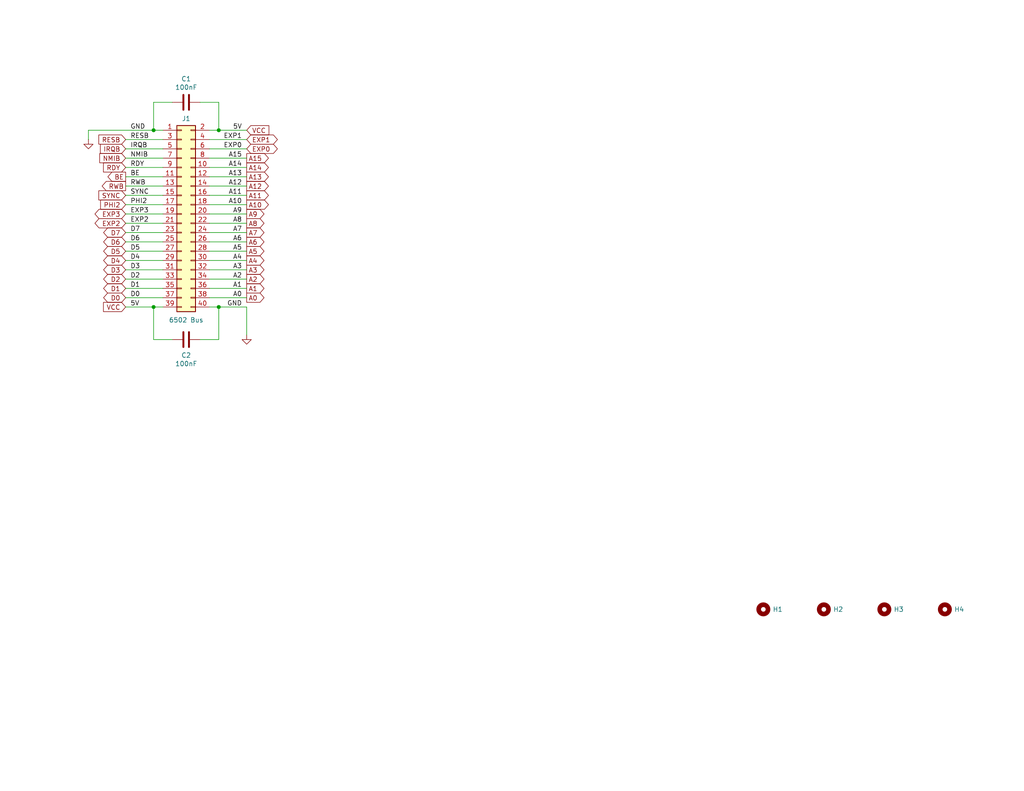
<source format=kicad_sch>
(kicad_sch (version 20231120) (generator "eeschema") (generator_version "8.0")
  (paper "USLetter")
  (title_block (title "6502 Board") (date "2024-06-12") (rev "1.0") (company "A.C. Wright Design"))
  (lib_symbols
    (symbol "Connector_Generic:Conn_02x20_Odd_Even" (pin_names (offset 1.016) hide)
      (property "Reference" "J" (at 1.27 25.4 0))
      (property "Value" "Conn_02x20_Odd_Even" (at 1.27 -27.94 0))
      (symbol "Conn_02x20_Odd_Even_1_1"
        (rectangle (start -1.27 -25.273) (end 0 -25.527) (stroke (width 0.1524)))
        (rectangle (start -1.27 -22.733) (end 0 -22.987) (stroke (width 0.1524)))
        (rectangle (start -1.27 -20.193) (end 0 -20.447) (stroke (width 0.1524)))
        (rectangle (start -1.27 -17.653) (end 0 -17.907) (stroke (width 0.1524)))
        (rectangle (start -1.27 -15.113) (end 0 -15.367) (stroke (width 0.1524)))
        (rectangle (start -1.27 -12.573) (end 0 -12.827) (stroke (width 0.1524)))
        (rectangle (start -1.27 -10.033) (end 0 -10.287) (stroke (width 0.1524)))
        (rectangle (start -1.27 -7.493) (end 0 -7.747) (stroke (width 0.1524)))
        (rectangle (start -1.27 -4.953) (end 0 -5.207) (stroke (width 0.1524)))
        (rectangle (start -1.27 -2.413) (end 0 -2.667) (stroke (width 0.1524)))
        (rectangle (start -1.27 0.127) (end 0 -0.127) (stroke (width 0.1524)))
        (rectangle (start -1.27 2.667) (end 0 2.413) (stroke (width 0.1524)))
        (rectangle (start -1.27 5.207) (end 0 4.953) (stroke (width 0.1524)))
        (rectangle (start -1.27 7.747) (end 0 7.493) (stroke (width 0.1524)))
        (rectangle (start -1.27 10.287) (end 0 10.033) (stroke (width 0.1524)))
        (rectangle (start -1.27 12.827) (end 0 12.573) (stroke (width 0.1524)))
        (rectangle (start -1.27 15.367) (end 0 15.113) (stroke (width 0.1524)))
        (rectangle (start -1.27 17.907) (end 0 17.653) (stroke (width 0.1524)))
        (rectangle (start -1.27 20.447) (end 0 20.193) (stroke (width 0.1524)))
        (rectangle (start -1.27 22.987) (end 0 22.733) (stroke (width 0.1524)))
        (rectangle (start -1.27 24.13) (end 3.81 -26.67) (stroke (width 0.254)) (fill (type background)))
        (rectangle (start 3.81 -25.273) (end 2.54 -25.527) (stroke (width 0.1524)))
        (rectangle (start 3.81 -22.733) (end 2.54 -22.987) (stroke (width 0.1524)))
        (rectangle (start 3.81 -20.193) (end 2.54 -20.447) (stroke (width 0.1524)))
        (rectangle (start 3.81 -17.653) (end 2.54 -17.907) (stroke (width 0.1524)))
        (rectangle (start 3.81 -15.113) (end 2.54 -15.367) (stroke (width 0.1524)))
        (rectangle (start 3.81 -12.573) (end 2.54 -12.827) (stroke (width 0.1524)))
        (rectangle (start 3.81 -10.033) (end 2.54 -10.287) (stroke (width 0.1524)))
        (rectangle (start 3.81 -7.493) (end 2.54 -7.747) (stroke (width 0.1524)))
        (rectangle (start 3.81 -4.953) (end 2.54 -5.207) (stroke (width 0.1524)))
        (rectangle (start 3.81 -2.413) (end 2.54 -2.667) (stroke (width 0.1524)))
        (rectangle (start 3.81 0.127) (end 2.54 -0.127) (stroke (width 0.1524)))
        (rectangle (start 3.81 2.667) (end 2.54 2.413) (stroke (width 0.1524)))
        (rectangle (start 3.81 5.207) (end 2.54 4.953) (stroke (width 0.1524)))
        (rectangle (start 3.81 7.747) (end 2.54 7.493) (stroke (width 0.1524)))
        (rectangle (start 3.81 10.287) (end 2.54 10.033) (stroke (width 0.1524)))
        (rectangle (start 3.81 12.827) (end 2.54 12.573) (stroke (width 0.1524)))
        (rectangle (start 3.81 15.367) (end 2.54 15.113) (stroke (width 0.1524)))
        (rectangle (start 3.81 17.907) (end 2.54 17.653) (stroke (width 0.1524)))
        (rectangle (start 3.81 20.447) (end 2.54 20.193) (stroke (width 0.1524)))
        (rectangle (start 3.81 22.987) (end 2.54 22.733) (stroke (width 0.1524)))
        (pin passive line (at -5.08 22.86 0) (length 3.81) (name "Pin_1") (number "1"))
        (pin passive line (at 7.62 12.7 180) (length 3.81) (name "Pin_10") (number "10"))
        (pin passive line (at -5.08 10.16 0) (length 3.81) (name "Pin_11") (number "11"))
        (pin passive line (at 7.62 10.16 180) (length 3.81) (name "Pin_12") (number "12"))
        (pin passive line (at -5.08 7.62 0) (length 3.81) (name "Pin_13") (number "13"))
        (pin passive line (at 7.62 7.62 180) (length 3.81) (name "Pin_14") (number "14"))
        (pin passive line (at -5.08 5.08 0) (length 3.81) (name "Pin_15") (number "15"))
        (pin passive line (at 7.62 5.08 180) (length 3.81) (name "Pin_16") (number "16"))
        (pin passive line (at -5.08 2.54 0) (length 3.81) (name "Pin_17") (number "17"))
        (pin passive line (at 7.62 2.54 180) (length 3.81) (name "Pin_18") (number "18"))
        (pin passive line (at -5.08 0 0) (length 3.81) (name "Pin_19") (number "19"))
        (pin passive line (at 7.62 22.86 180) (length 3.81) (name "Pin_2") (number "2"))
        (pin passive line (at 7.62 0 180) (length 3.81) (name "Pin_20") (number "20"))
        (pin passive line (at -5.08 -2.54 0) (length 3.81) (name "Pin_21") (number "21"))
        (pin passive line (at 7.62 -2.54 180) (length 3.81) (name "Pin_22") (number "22"))
        (pin passive line (at -5.08 -5.08 0) (length 3.81) (name "Pin_23") (number "23"))
        (pin passive line (at 7.62 -5.08 180) (length 3.81) (name "Pin_24") (number "24"))
        (pin passive line (at -5.08 -7.62 0) (length 3.81) (name "Pin_25") (number "25"))
        (pin passive line (at 7.62 -7.62 180) (length 3.81) (name "Pin_26") (number "26"))
        (pin passive line (at -5.08 -10.16 0) (length 3.81) (name "Pin_27") (number "27"))
        (pin passive line (at 7.62 -10.16 180) (length 3.81) (name "Pin_28") (number "28"))
        (pin passive line (at -5.08 -12.7 0) (length 3.81) (name "Pin_29") (number "29"))
        (pin passive line (at -5.08 20.32 0) (length 3.81) (name "Pin_3") (number "3"))
        (pin passive line (at 7.62 -12.7 180) (length 3.81) (name "Pin_30") (number "30"))
        (pin passive line (at -5.08 -15.24 0) (length 3.81) (name "Pin_31") (number "31"))
        (pin passive line (at 7.62 -15.24 180) (length 3.81) (name "Pin_32") (number "32"))
        (pin passive line (at -5.08 -17.78 0) (length 3.81) (name "Pin_33") (number "33"))
        (pin passive line (at 7.62 -17.78 180) (length 3.81) (name "Pin_34") (number "34"))
        (pin passive line (at -5.08 -20.32 0) (length 3.81) (name "Pin_35") (number "35"))
        (pin passive line (at 7.62 -20.32 180) (length 3.81) (name "Pin_36") (number "36"))
        (pin passive line (at -5.08 -22.86 0) (length 3.81) (name "Pin_37") (number "37"))
        (pin passive line (at 7.62 -22.86 180) (length 3.81) (name "Pin_38") (number "38"))
        (pin passive line (at -5.08 -25.4 0) (length 3.81) (name "Pin_39") (number "39"))
        (pin passive line (at 7.62 20.32 180) (length 3.81) (name "Pin_4") (number "4"))
        (pin passive line (at 7.62 -25.4 180) (length 3.81) (name "Pin_40") (number "40"))
        (pin passive line (at -5.08 17.78 0) (length 3.81) (name "Pin_5") (number "5"))
        (pin passive line (at 7.62 17.78 180) (length 3.81) (name "Pin_6") (number "6"))
        (pin passive line (at -5.08 15.24 0) (length 3.81) (name "Pin_7") (number "7"))
        (pin passive line (at 7.62 15.24 180) (length 3.81) (name "Pin_8") (number "8"))
        (pin passive line (at -5.08 12.7 0) (length 3.81) (name "Pin_9") (number "9"))
      )
    )
    (symbol "Device:C" (pin_numbers hide) (pin_names (offset 0.254))
      (property "Reference" "C" (at 0.635 2.54 0))
      (property "Value" "C" (at 0.635 -2.54 0))
      (symbol "C_0_1"
        (polyline (pts (xy -2.032 -0.762) (xy 2.032 -0.762)) (stroke (width 0.508)))
        (polyline (pts (xy -2.032 0.762) (xy 2.032 0.762)) (stroke (width 0.508)))
      )
      (symbol "C_1_1"
        (pin passive line (at 0 3.81 270) (length 2.794) (name "~") (number "1"))
        (pin passive line (at 0 -3.81 90) (length 2.794) (name "~") (number "2"))
      )
    )
    (symbol "Mechanical:MountingHole" (pin_names (offset 1.016)) (exclude_from_sim yes) (in_bom no)
      (property "Reference" "H" (at 0 5.08 0))
      (property "Value" "MountingHole" (at 0 3.175 0))
      (symbol "MountingHole_0_1"
        (circle (center 0 0) (radius 1.27) (stroke (width 1.27)))
      )
    )
    (symbol "power:GND" (power) (pin_numbers hide) (pin_names (offset 0) hide)
      (property "Value" "GND" (at 0 -3.81 0))
      (symbol "GND_0_1"
        (polyline (pts (xy 0 0) (xy 0 -1.27) (xy 1.27 -1.27) (xy 0 -2.54) (xy -1.27 -1.27) (xy 0 -1.27)))
      )
      (symbol "GND_1_1"
        (pin power_in line (at 0 0 270) (length 0) (name "~") (number "1"))
      )
    )
  )
  (junction (at 59.69 35.56))
  (junction (at 59.69 83.82))
  (junction (at 41.91 35.56))
  (junction (at 41.91 83.82))
  (wire (pts (xy 67.31 60.96) (xy 57.15 60.96)))
  (wire (pts (xy 44.45 78.74) (xy 34.29 78.74)))
  (wire (pts (xy 67.31 71.12) (xy 57.15 71.12)))
  (wire (pts (xy 67.31 76.2) (xy 57.15 76.2)))
  (wire (pts (xy 67.31 81.28) (xy 57.15 81.28)))
  (wire (pts (xy 67.31 83.82) (xy 67.31 91.44)))
  (wire (pts (xy 67.31 45.72) (xy 57.15 45.72)))
  (wire (pts (xy 41.91 27.94) (xy 41.91 35.56)))
  (wire (pts (xy 67.31 35.56) (xy 59.69 35.56)))
  (wire (pts (xy 34.29 81.28) (xy 44.45 81.28)))
  (wire (pts (xy 44.45 35.56) (xy 41.91 35.56)))
  (wire (pts (xy 57.15 78.74) (xy 67.31 78.74)))
  (wire (pts (xy 46.99 27.94) (xy 41.91 27.94)))
  (wire (pts (xy 34.29 43.18) (xy 44.45 43.18)))
  (wire (pts (xy 44.45 68.58) (xy 34.29 68.58)))
  (wire (pts (xy 44.45 83.82) (xy 41.91 83.82)))
  (wire (pts (xy 24.13 35.56) (xy 41.91 35.56)))
  (wire (pts (xy 57.15 53.34) (xy 67.31 53.34)))
  (wire (pts (xy 34.29 60.96) (xy 44.45 60.96)))
  (wire (pts (xy 34.29 45.72) (xy 44.45 45.72)))
  (wire (pts (xy 57.15 83.82) (xy 59.69 83.82)))
  (wire (pts (xy 57.15 58.42) (xy 67.31 58.42)))
  (wire (pts (xy 59.69 83.82) (xy 67.31 83.82)))
  (wire (pts (xy 57.15 48.26) (xy 67.31 48.26)))
  (wire (pts (xy 44.45 73.66) (xy 34.29 73.66)))
  (wire (pts (xy 59.69 83.82) (xy 59.69 92.71)))
  (wire (pts (xy 34.29 55.88) (xy 44.45 55.88)))
  (wire (pts (xy 44.45 53.34) (xy 34.29 53.34)))
  (wire (pts (xy 59.69 35.56) (xy 57.15 35.56)))
  (wire (pts (xy 67.31 55.88) (xy 57.15 55.88)))
  (wire (pts (xy 57.15 68.58) (xy 67.31 68.58)))
  (wire (pts (xy 67.31 66.04) (xy 57.15 66.04)))
  (wire (pts (xy 57.15 38.1) (xy 67.31 38.1)))
  (wire (pts (xy 34.29 66.04) (xy 44.45 66.04)))
  (wire (pts (xy 57.15 63.5) (xy 67.31 63.5)))
  (wire (pts (xy 54.61 27.94) (xy 59.69 27.94)))
  (wire (pts (xy 67.31 50.8) (xy 57.15 50.8)))
  (wire (pts (xy 41.91 83.82) (xy 41.91 92.71)))
  (wire (pts (xy 44.45 48.26) (xy 34.29 48.26)))
  (wire (pts (xy 34.29 38.1) (xy 44.45 38.1)))
  (wire (pts (xy 57.15 43.18) (xy 67.31 43.18)))
  (wire (pts (xy 34.29 50.8) (xy 44.45 50.8)))
  (wire (pts (xy 34.29 83.82) (xy 41.91 83.82)))
  (wire (pts (xy 57.15 73.66) (xy 67.31 73.66)))
  (wire (pts (xy 67.31 40.64) (xy 57.15 40.64)))
  (wire (pts (xy 44.45 63.5) (xy 34.29 63.5)))
  (wire (pts (xy 34.29 40.64) (xy 44.45 40.64)))
  (wire (pts (xy 41.91 92.71) (xy 46.99 92.71)))
  (wire (pts (xy 34.29 76.2) (xy 44.45 76.2)))
  (wire (pts (xy 44.45 58.42) (xy 34.29 58.42)))
  (wire (pts (xy 24.13 38.1) (xy 24.13 35.56)))
  (wire (pts (xy 59.69 92.71) (xy 54.61 92.71)))
  (wire (pts (xy 34.29 71.12) (xy 44.45 71.12)))
  (wire (pts (xy 59.69 27.94) (xy 59.69 35.56)))
  (label "D2" (at 35.56 76.2 0))
  (label "D6" (at 35.56 66.04 0))
  (label "EXP2" (at 35.56 60.96 0))
  (label "A0" (at 66.04 81.28 180))
  (label "NMIB" (at 35.56 43.18 0))
  (label "5V" (at 35.56 83.82 0))
  (label "A7" (at 66.04 63.5 180))
  (label "D1" (at 35.56 78.74 0))
  (label "D4" (at 35.56 71.12 0))
  (label "IRQB" (at 35.56 40.64 0))
  (label "A10" (at 66.04 55.88 180))
  (label "A8" (at 66.04 60.96 180))
  (label "A15" (at 66.04 43.18 180))
  (label "A13" (at 66.04 48.26 180))
  (label "RDY" (at 35.56 45.72 0))
  (label "D5" (at 35.56 68.58 0))
  (label "A2" (at 66.04 76.2 180))
  (label "5V" (at 66.04 35.56 180))
  (label "A12" (at 66.04 50.8 180))
  (label "A14" (at 66.04 45.72 180))
  (label "A3" (at 66.04 73.66 180))
  (label "GND" (at 35.56 35.56 0))
  (label "A1" (at 66.04 78.74 180))
  (label "A4" (at 66.04 71.12 180))
  (label "PHI2" (at 35.56 55.88 0))
  (label "RWB" (at 35.56 50.8 0))
  (label "D7" (at 35.56 63.5 0))
  (label "D0" (at 35.56 81.28 0))
  (label "D3" (at 35.56 73.66 0))
  (label "EXP1" (at 66.04 38.1 180))
  (label "EXP0" (at 66.04 40.64 180))
  (label "EXP3" (at 35.56 58.42 0))
  (label "GND" (at 66.04 83.82 180))
  (label "SYNC" (at 35.56 53.34 0))
  (label "A5" (at 66.04 68.58 180))
  (label "BE" (at 35.56 48.26 0))
  (label "A9" (at 66.04 58.42 180))
  (label "A6" (at 66.04 66.04 180))
  (label "A11" (at 66.04 53.34 180))
  (label "RESB" (at 35.56 38.1 0))
  (global_label "A11" (shape output) (at 67.31 53.34 0) (property "Intersheetrefs" "${INTERSHEET_REFS}" (effects (hide yes))))
  (global_label "VCC" (shape input) (at 34.29 83.82 180) (property "Intersheetrefs" "${INTERSHEET_REFS}" (effects (hide yes))))
  (global_label "BE" (shape output) (at 34.29 48.26 180) (property "Intersheetrefs" "${INTERSHEET_REFS}" (effects (hide yes))))
  (global_label "A8" (shape output) (at 67.31 60.96 0) (property "Intersheetrefs" "${INTERSHEET_REFS}" (effects (hide yes))))
  (global_label "EXP2" (shape bidirectional) (at 34.29 60.96 180) (property "Intersheetrefs" "${INTERSHEET_REFS}" (effects (hide yes))))
  (global_label "SYNC" (shape input) (at 34.29 53.34 180) (property "Intersheetrefs" "${INTERSHEET_REFS}" (effects (hide yes))))
  (global_label "D1" (shape bidirectional) (at 34.29 78.74 180) (property "Intersheetrefs" "${INTERSHEET_REFS}" (effects (hide yes))))
  (global_label "NMIB" (shape input) (at 34.29 43.18 180) (property "Intersheetrefs" "${INTERSHEET_REFS}" (effects (hide yes))))
  (global_label "RWB" (shape output) (at 34.29 50.8 180) (property "Intersheetrefs" "${INTERSHEET_REFS}" (effects (hide yes))))
  (global_label "RDY" (shape input) (at 34.29 45.72 180) (property "Intersheetrefs" "${INTERSHEET_REFS}" (effects (hide yes))))
  (global_label "A15" (shape output) (at 67.31 43.18 0) (property "Intersheetrefs" "${INTERSHEET_REFS}" (effects (hide yes))))
  (global_label "PHI2" (shape input) (at 34.29 55.88 180) (property "Intersheetrefs" "${INTERSHEET_REFS}" (effects (hide yes))))
  (global_label "A5" (shape output) (at 67.31 68.58 0) (property "Intersheetrefs" "${INTERSHEET_REFS}" (effects (hide yes))))
  (global_label "RESB" (shape input) (at 34.29 38.1 180) (property "Intersheetrefs" "${INTERSHEET_REFS}" (effects (hide yes))))
  (global_label "D5" (shape bidirectional) (at 34.29 68.58 180) (property "Intersheetrefs" "${INTERSHEET_REFS}" (effects (hide yes))))
  (global_label "A0" (shape output) (at 67.31 81.28 0) (property "Intersheetrefs" "${INTERSHEET_REFS}" (effects (hide yes))))
  (global_label "EXP1" (shape bidirectional) (at 67.31 38.1 0) (property "Intersheetrefs" "${INTERSHEET_REFS}" (effects (hide yes))))
  (global_label "A14" (shape output) (at 67.31 45.72 0) (property "Intersheetrefs" "${INTERSHEET_REFS}" (effects (hide yes))))
  (global_label "A6" (shape output) (at 67.31 66.04 0) (property "Intersheetrefs" "${INTERSHEET_REFS}" (effects (hide yes))))
  (global_label "D2" (shape bidirectional) (at 34.29 76.2 180) (property "Intersheetrefs" "${INTERSHEET_REFS}" (effects (hide yes))))
  (global_label "D4" (shape bidirectional) (at 34.29 71.12 180) (property "Intersheetrefs" "${INTERSHEET_REFS}" (effects (hide yes))))
  (global_label "A4" (shape output) (at 67.31 71.12 0) (property "Intersheetrefs" "${INTERSHEET_REFS}" (effects (hide yes))))
  (global_label "IRQB" (shape input) (at 34.29 40.64 180) (property "Intersheetrefs" "${INTERSHEET_REFS}" (effects (hide yes))))
  (global_label "EXP3" (shape bidirectional) (at 34.29 58.42 180) (property "Intersheetrefs" "${INTERSHEET_REFS}" (effects (hide yes))))
  (global_label "A7" (shape output) (at 67.31 63.5 0) (property "Intersheetrefs" "${INTERSHEET_REFS}" (effects (hide yes))))
  (global_label "A10" (shape output) (at 67.31 55.88 0) (property "Intersheetrefs" "${INTERSHEET_REFS}" (effects (hide yes))))
  (global_label "A12" (shape output) (at 67.31 50.8 0) (property "Intersheetrefs" "${INTERSHEET_REFS}" (effects (hide yes))))
  (global_label "A9" (shape output) (at 67.31 58.42 0) (property "Intersheetrefs" "${INTERSHEET_REFS}" (effects (hide yes))))
  (global_label "EXP0" (shape bidirectional) (at 67.31 40.64 0) (property "Intersheetrefs" "${INTERSHEET_REFS}" (effects (hide yes))))
  (global_label "D7" (shape bidirectional) (at 34.29 63.5 180) (property "Intersheetrefs" "${INTERSHEET_REFS}" (effects (hide yes))))
  (global_label "D0" (shape bidirectional) (at 34.29 81.28 180) (property "Intersheetrefs" "${INTERSHEET_REFS}" (effects (hide yes))))
  (global_label "A1" (shape output) (at 67.31 78.74 0) (property "Intersheetrefs" "${INTERSHEET_REFS}" (effects (hide yes))))
  (global_label "A3" (shape output) (at 67.31 73.66 0) (property "Intersheetrefs" "${INTERSHEET_REFS}" (effects (hide yes))))
  (global_label "D3" (shape bidirectional) (at 34.29 73.66 180) (property "Intersheetrefs" "${INTERSHEET_REFS}" (effects (hide yes))))
  (global_label "D6" (shape bidirectional) (at 34.29 66.04 180) (property "Intersheetrefs" "${INTERSHEET_REFS}" (effects (hide yes))))
  (global_label "A13" (shape output) (at 67.31 48.26 0) (property "Intersheetrefs" "${INTERSHEET_REFS}" (effects (hide yes))))
  (global_label "A2" (shape output) (at 67.31 76.2 0) (property "Intersheetrefs" "${INTERSHEET_REFS}" (effects (hide yes))))
  (global_label "VCC" (shape input) (at 67.31 35.56 0) (property "Intersheetrefs" "${INTERSHEET_REFS}" (effects (hide yes))))
  (symbol (lib_id "Mechanical:MountingHole") (at 208.28 166.37 0) (unit 1) (in_bom no)
    (property "Reference" "H1" (at 210.82 166.37 0) (effects (justify left)))
    (property "Value" "MountingHole" (effects (hide yes)))
    (property "Footprint" "MountingHole:MountingHole_3.2mm_M3" (effects (hide yes)))
    (property "Description" "Mounting Hole without connection" (effects (hide yes)))
  )
  (symbol (lib_id "Mechanical:MountingHole") (at 224.79 166.37 0) (unit 1) (in_bom no)
    (property "Reference" "H2" (at 227.33 166.37 0) (effects (justify left)))
    (property "Value" "MountingHole" (effects (hide yes)))
    (property "Footprint" "MountingHole:MountingHole_3.2mm_M3" (effects (hide yes)))
    (property "Description" "Mounting Hole without connection" (effects (hide yes)))
  )
  (symbol (lib_id "Mechanical:MountingHole") (at 241.3 166.37 0) (unit 1) (in_bom no)
    (property "Reference" "H3" (at 243.84 166.37 0) (effects (justify left)))
    (property "Value" "MountingHole" (effects (hide yes)))
    (property "Footprint" "MountingHole:MountingHole_3.2mm_M3" (effects (hide yes)))
    (property "Description" "Mounting Hole without connection" (effects (hide yes)))
  )
  (symbol (lib_id "Mechanical:MountingHole") (at 257.81 166.37 0) (unit 1) (in_bom no)
    (property "Reference" "H4" (at 260.35 166.37 0) (effects (justify left)))
    (property "Value" "MountingHole" (effects (hide yes)))
    (property "Footprint" "MountingHole:MountingHole_3.2mm_M3" (effects (hide yes)))
    (property "Description" "Mounting Hole without connection" (effects (hide yes)))
  )
  (symbol (lib_id "Connector_Generic:Conn_02x20_Odd_Even") (at 49.53 58.42 0) (unit 1) (in_bom no)
    (property "Reference" "J1" (at 50.8 32.385 0))
    (property "Value" "6502 Bus" (at 50.8 87.376 0))
    (property "Footprint" "Connector_PinHeader_2.54mm:PinHeader_2x20_P2.54mm_Vertical" (effects (hide yes)))
    (property "Description" "Generic connector, double row, 02x20, odd/even pin numbering scheme (row 1 odd numbers, row 2 even numbers), script generated (kicad-library-utils/schlib/autogen/connector/)" (effects (hide yes)))
  )
  (symbol (lib_id "Device:C") (at 50.8 27.94 270) (unit 1)
    (property "Reference" "C1" (at 50.8 21.5392 90))
    (property "Value" "100nF" (at 50.8 23.8506 90))
    (property "Footprint" "Capacitor_SMD:C_0805_2012Metric" (effects (hide yes)))
    (property "Description" "Unpolarized capacitor" (effects (hide yes)))
    (property "LCSC" "C49678" (effects (hide yes)))
  )
  (symbol (lib_id "Device:C") (at 50.8 92.71 270) (unit 1)
    (property "Reference" "C2" (at 50.8 97.0026 90))
    (property "Value" "100nF" (at 50.8 99.314 90))
    (property "Footprint" "Capacitor_SMD:C_0805_2012Metric" (effects (hide yes)))
    (property "Description" "Unpolarized capacitor" (effects (hide yes)))
    (property "LCSC" "C49678" (effects (hide yes)))
  )
  (symbol (lib_id "power:GND") (at 67.31 91.44 0) (unit 1)
    (property "Reference" "#PWR02" (effects (hide yes)))
    (property "Value" "GND" (effects (hide yes)))
    (property "Description" "Power symbol creates a global label with name \"GND\" , ground" (effects (hide yes)))
  )
  (symbol (lib_id "power:GND") (at 24.13 38.1 0) (unit 1)
    (property "Reference" "#PWR01" (effects (hide yes)))
    (property "Value" "GND" (effects (hide yes)))
    (property "Description" "Power symbol creates a global label with name \"GND\" , ground" (effects (hide yes)))
  )
)
</source>
